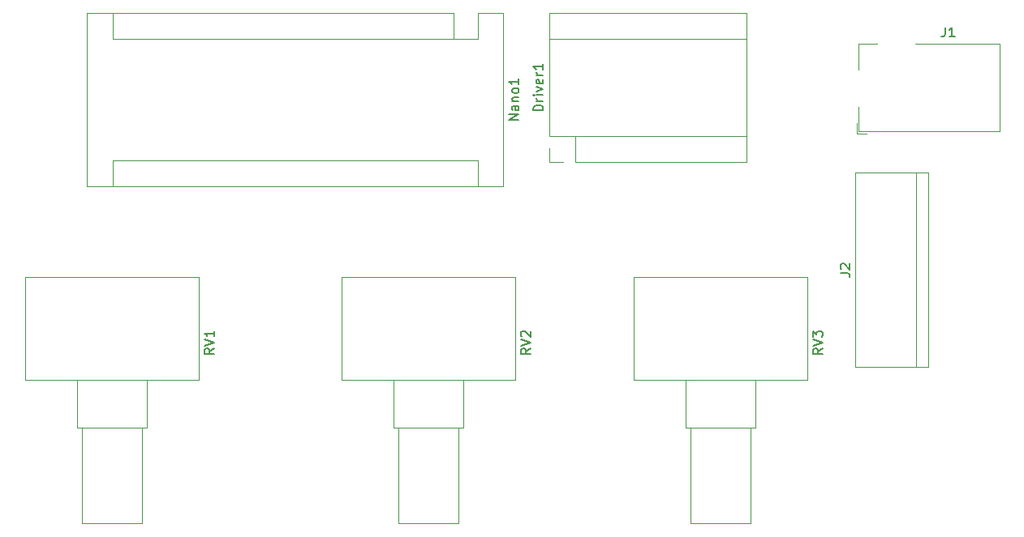
<source format=gbr>
%TF.GenerationSoftware,KiCad,Pcbnew,5.1.10-88a1d61d58~90~ubuntu20.04.1*%
%TF.CreationDate,2021-10-01T23:23:12+02:00*%
%TF.ProjectId,pcb_kicad,7063625f-6b69-4636-9164-2e6b69636164,rev?*%
%TF.SameCoordinates,Original*%
%TF.FileFunction,Legend,Top*%
%TF.FilePolarity,Positive*%
%FSLAX46Y46*%
G04 Gerber Fmt 4.6, Leading zero omitted, Abs format (unit mm)*
G04 Created by KiCad (PCBNEW 5.1.10-88a1d61d58~90~ubuntu20.04.1) date 2021-10-01 23:23:12*
%MOMM*%
%LPD*%
G01*
G04 APERTURE LIST*
%ADD10C,0.120000*%
%ADD11C,0.150000*%
G04 APERTURE END LIST*
D10*
%TO.C,RV1*%
X86460000Y-90970000D02*
X86460000Y-101710000D01*
X68320000Y-90970000D02*
X68320000Y-101710000D01*
X86460000Y-90970000D02*
X68320000Y-90970000D01*
X86460000Y-101710000D02*
X68320000Y-101710000D01*
X81010000Y-101710000D02*
X81010000Y-106710000D01*
X73770000Y-101710000D02*
X73770000Y-106710000D01*
X81010000Y-101710000D02*
X73770000Y-101710000D01*
X81010000Y-106710000D02*
X73770000Y-106710000D01*
X80510000Y-106710000D02*
X80510000Y-116710000D01*
X74269000Y-106710000D02*
X74269000Y-116710000D01*
X80510000Y-106710000D02*
X74269000Y-106710000D01*
X80510000Y-116710000D02*
X74269000Y-116710000D01*
%TO.C,RV3*%
X149960000Y-90970000D02*
X149960000Y-101710000D01*
X131820000Y-90970000D02*
X131820000Y-101710000D01*
X149960000Y-90970000D02*
X131820000Y-90970000D01*
X149960000Y-101710000D02*
X131820000Y-101710000D01*
X144510000Y-101710000D02*
X144510000Y-106710000D01*
X137270000Y-101710000D02*
X137270000Y-106710000D01*
X144510000Y-101710000D02*
X137270000Y-101710000D01*
X144510000Y-106710000D02*
X137270000Y-106710000D01*
X144010000Y-106710000D02*
X144010000Y-116710000D01*
X137769000Y-106710000D02*
X137769000Y-116710000D01*
X144010000Y-106710000D02*
X137769000Y-106710000D01*
X144010000Y-116710000D02*
X137769000Y-116710000D01*
%TO.C,RV2*%
X119480000Y-90970000D02*
X119480000Y-101710000D01*
X101340000Y-90970000D02*
X101340000Y-101710000D01*
X119480000Y-90970000D02*
X101340000Y-90970000D01*
X119480000Y-101710000D02*
X101340000Y-101710000D01*
X114030000Y-101710000D02*
X114030000Y-106710000D01*
X106790000Y-101710000D02*
X106790000Y-106710000D01*
X114030000Y-101710000D02*
X106790000Y-101710000D01*
X114030000Y-106710000D02*
X106790000Y-106710000D01*
X113530000Y-106710000D02*
X113530000Y-116710000D01*
X107289000Y-106710000D02*
X107289000Y-116710000D01*
X113530000Y-106710000D02*
X107289000Y-106710000D01*
X113530000Y-116710000D02*
X107289000Y-116710000D01*
%TO.C,J2*%
X162560000Y-100330000D02*
X162560000Y-80010000D01*
X154940000Y-100330000D02*
X154940000Y-80010000D01*
X161290000Y-80010000D02*
X161290000Y-100330000D01*
X162560000Y-80010000D02*
X154940000Y-80010000D01*
X154940000Y-100330000D02*
X162560000Y-100330000D01*
%TO.C,Nano1*%
X113030000Y-66040000D02*
X115570000Y-66040000D01*
X115570000Y-66040000D02*
X115570000Y-63370000D01*
X113030000Y-63370000D02*
X74800000Y-63370000D01*
X118240000Y-63370000D02*
X115570000Y-63370000D01*
X115570000Y-78740000D02*
X115570000Y-81410000D01*
X115570000Y-78740000D02*
X77470000Y-78740000D01*
X77470000Y-78740000D02*
X77470000Y-81410000D01*
X113030000Y-66040000D02*
X113030000Y-63370000D01*
X113030000Y-66040000D02*
X77470000Y-66040000D01*
X77470000Y-66040000D02*
X77470000Y-63370000D01*
X74800000Y-63370000D02*
X74800000Y-81410000D01*
X74800000Y-81410000D02*
X118240000Y-81410000D01*
X118240000Y-81410000D02*
X118240000Y-63370000D01*
%TO.C,J1*%
X155110000Y-74870000D02*
X155110000Y-75920000D01*
X156160000Y-75920000D02*
X155110000Y-75920000D01*
X161210000Y-66520000D02*
X170010000Y-66520000D01*
X170010000Y-66520000D02*
X170010000Y-75720000D01*
X155310000Y-69220000D02*
X155310000Y-66520000D01*
X155310000Y-66520000D02*
X157210000Y-66520000D01*
X170010000Y-75720000D02*
X155310000Y-75720000D01*
X155310000Y-75720000D02*
X155310000Y-73120000D01*
%TO.C,Driver1*%
X123060000Y-66040000D02*
X143640000Y-66040000D01*
X125730000Y-76200000D02*
X143640000Y-76200000D01*
X123060000Y-77470000D02*
X123060000Y-78870000D01*
X123060000Y-78870000D02*
X124460000Y-78870000D01*
X123060000Y-76200000D02*
X125730000Y-76200000D01*
X125730000Y-76200000D02*
X125730000Y-78870000D01*
X125730000Y-78870000D02*
X143640000Y-78870000D01*
X143640000Y-78870000D02*
X143640000Y-63370000D01*
X143640000Y-63370000D02*
X123060000Y-63370000D01*
X123060000Y-63370000D02*
X123060000Y-76200000D01*
%TO.C,RV1*%
D11*
X88042380Y-98385238D02*
X87566190Y-98718571D01*
X88042380Y-98956666D02*
X87042380Y-98956666D01*
X87042380Y-98575714D01*
X87090000Y-98480476D01*
X87137619Y-98432857D01*
X87232857Y-98385238D01*
X87375714Y-98385238D01*
X87470952Y-98432857D01*
X87518571Y-98480476D01*
X87566190Y-98575714D01*
X87566190Y-98956666D01*
X87042380Y-98099523D02*
X88042380Y-97766190D01*
X87042380Y-97432857D01*
X88042380Y-96575714D02*
X88042380Y-97147142D01*
X88042380Y-96861428D02*
X87042380Y-96861428D01*
X87185238Y-96956666D01*
X87280476Y-97051904D01*
X87328095Y-97147142D01*
%TO.C,RV3*%
X151542380Y-98385238D02*
X151066190Y-98718571D01*
X151542380Y-98956666D02*
X150542380Y-98956666D01*
X150542380Y-98575714D01*
X150590000Y-98480476D01*
X150637619Y-98432857D01*
X150732857Y-98385238D01*
X150875714Y-98385238D01*
X150970952Y-98432857D01*
X151018571Y-98480476D01*
X151066190Y-98575714D01*
X151066190Y-98956666D01*
X150542380Y-98099523D02*
X151542380Y-97766190D01*
X150542380Y-97432857D01*
X150542380Y-97194761D02*
X150542380Y-96575714D01*
X150923333Y-96909047D01*
X150923333Y-96766190D01*
X150970952Y-96670952D01*
X151018571Y-96623333D01*
X151113809Y-96575714D01*
X151351904Y-96575714D01*
X151447142Y-96623333D01*
X151494761Y-96670952D01*
X151542380Y-96766190D01*
X151542380Y-97051904D01*
X151494761Y-97147142D01*
X151447142Y-97194761D01*
%TO.C,RV2*%
X121062380Y-98385238D02*
X120586190Y-98718571D01*
X121062380Y-98956666D02*
X120062380Y-98956666D01*
X120062380Y-98575714D01*
X120110000Y-98480476D01*
X120157619Y-98432857D01*
X120252857Y-98385238D01*
X120395714Y-98385238D01*
X120490952Y-98432857D01*
X120538571Y-98480476D01*
X120586190Y-98575714D01*
X120586190Y-98956666D01*
X120062380Y-98099523D02*
X121062380Y-97766190D01*
X120062380Y-97432857D01*
X120157619Y-97147142D02*
X120110000Y-97099523D01*
X120062380Y-97004285D01*
X120062380Y-96766190D01*
X120110000Y-96670952D01*
X120157619Y-96623333D01*
X120252857Y-96575714D01*
X120348095Y-96575714D01*
X120490952Y-96623333D01*
X121062380Y-97194761D01*
X121062380Y-96575714D01*
%TO.C,J2*%
X153402380Y-90523333D02*
X154116666Y-90523333D01*
X154259523Y-90570952D01*
X154354761Y-90666190D01*
X154402380Y-90809047D01*
X154402380Y-90904285D01*
X153497619Y-90094761D02*
X153450000Y-90047142D01*
X153402380Y-89951904D01*
X153402380Y-89713809D01*
X153450000Y-89618571D01*
X153497619Y-89570952D01*
X153592857Y-89523333D01*
X153688095Y-89523333D01*
X153830952Y-89570952D01*
X154402380Y-90142380D01*
X154402380Y-89523333D01*
%TO.C,Nano1*%
X119832380Y-74509047D02*
X118832380Y-74509047D01*
X119832380Y-73937619D01*
X118832380Y-73937619D01*
X119832380Y-73032857D02*
X119308571Y-73032857D01*
X119213333Y-73080476D01*
X119165714Y-73175714D01*
X119165714Y-73366190D01*
X119213333Y-73461428D01*
X119784761Y-73032857D02*
X119832380Y-73128095D01*
X119832380Y-73366190D01*
X119784761Y-73461428D01*
X119689523Y-73509047D01*
X119594285Y-73509047D01*
X119499047Y-73461428D01*
X119451428Y-73366190D01*
X119451428Y-73128095D01*
X119403809Y-73032857D01*
X119165714Y-72556666D02*
X119832380Y-72556666D01*
X119260952Y-72556666D02*
X119213333Y-72509047D01*
X119165714Y-72413809D01*
X119165714Y-72270952D01*
X119213333Y-72175714D01*
X119308571Y-72128095D01*
X119832380Y-72128095D01*
X119832380Y-71509047D02*
X119784761Y-71604285D01*
X119737142Y-71651904D01*
X119641904Y-71699523D01*
X119356190Y-71699523D01*
X119260952Y-71651904D01*
X119213333Y-71604285D01*
X119165714Y-71509047D01*
X119165714Y-71366190D01*
X119213333Y-71270952D01*
X119260952Y-71223333D01*
X119356190Y-71175714D01*
X119641904Y-71175714D01*
X119737142Y-71223333D01*
X119784761Y-71270952D01*
X119832380Y-71366190D01*
X119832380Y-71509047D01*
X119832380Y-70223333D02*
X119832380Y-70794761D01*
X119832380Y-70509047D02*
X118832380Y-70509047D01*
X118975238Y-70604285D01*
X119070476Y-70699523D01*
X119118095Y-70794761D01*
%TO.C,J1*%
X164326666Y-64822380D02*
X164326666Y-65536666D01*
X164279047Y-65679523D01*
X164183809Y-65774761D01*
X164040952Y-65822380D01*
X163945714Y-65822380D01*
X165326666Y-65822380D02*
X164755238Y-65822380D01*
X165040952Y-65822380D02*
X165040952Y-64822380D01*
X164945714Y-64965238D01*
X164850476Y-65060476D01*
X164755238Y-65108095D01*
%TO.C,Driver1*%
X122372380Y-73524761D02*
X121372380Y-73524761D01*
X121372380Y-73286666D01*
X121420000Y-73143809D01*
X121515238Y-73048571D01*
X121610476Y-73000952D01*
X121800952Y-72953333D01*
X121943809Y-72953333D01*
X122134285Y-73000952D01*
X122229523Y-73048571D01*
X122324761Y-73143809D01*
X122372380Y-73286666D01*
X122372380Y-73524761D01*
X122372380Y-72524761D02*
X121705714Y-72524761D01*
X121896190Y-72524761D02*
X121800952Y-72477142D01*
X121753333Y-72429523D01*
X121705714Y-72334285D01*
X121705714Y-72239047D01*
X122372380Y-71905714D02*
X121705714Y-71905714D01*
X121372380Y-71905714D02*
X121420000Y-71953333D01*
X121467619Y-71905714D01*
X121420000Y-71858095D01*
X121372380Y-71905714D01*
X121467619Y-71905714D01*
X121705714Y-71524761D02*
X122372380Y-71286666D01*
X121705714Y-71048571D01*
X122324761Y-70286666D02*
X122372380Y-70381904D01*
X122372380Y-70572380D01*
X122324761Y-70667619D01*
X122229523Y-70715238D01*
X121848571Y-70715238D01*
X121753333Y-70667619D01*
X121705714Y-70572380D01*
X121705714Y-70381904D01*
X121753333Y-70286666D01*
X121848571Y-70239047D01*
X121943809Y-70239047D01*
X122039047Y-70715238D01*
X122372380Y-69810476D02*
X121705714Y-69810476D01*
X121896190Y-69810476D02*
X121800952Y-69762857D01*
X121753333Y-69715238D01*
X121705714Y-69620000D01*
X121705714Y-69524761D01*
X122372380Y-68667619D02*
X122372380Y-69239047D01*
X122372380Y-68953333D02*
X121372380Y-68953333D01*
X121515238Y-69048571D01*
X121610476Y-69143809D01*
X121658095Y-69239047D01*
%TD*%
M02*

</source>
